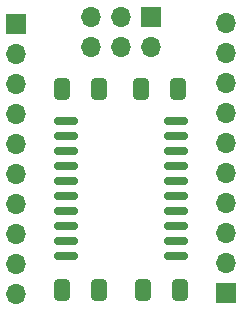
<source format=gts>
G04 #@! TF.GenerationSoftware,KiCad,Pcbnew,6.0.8-1.fc36*
G04 #@! TF.CreationDate,2022-11-01T17:46:47+01:00*
G04 #@! TF.ProjectId,avr32dd20_eval,61767233-3264-4643-9230-5f6576616c2e,rev?*
G04 #@! TF.SameCoordinates,Original*
G04 #@! TF.FileFunction,Soldermask,Top*
G04 #@! TF.FilePolarity,Negative*
%FSLAX46Y46*%
G04 Gerber Fmt 4.6, Leading zero omitted, Abs format (unit mm)*
G04 Created by KiCad (PCBNEW 6.0.8-1.fc36) date 2022-11-01 17:46:47*
%MOMM*%
%LPD*%
G01*
G04 APERTURE LIST*
G04 Aperture macros list*
%AMRoundRect*
0 Rectangle with rounded corners*
0 $1 Rounding radius*
0 $2 $3 $4 $5 $6 $7 $8 $9 X,Y pos of 4 corners*
0 Add a 4 corners polygon primitive as box body*
4,1,4,$2,$3,$4,$5,$6,$7,$8,$9,$2,$3,0*
0 Add four circle primitives for the rounded corners*
1,1,$1+$1,$2,$3*
1,1,$1+$1,$4,$5*
1,1,$1+$1,$6,$7*
1,1,$1+$1,$8,$9*
0 Add four rect primitives between the rounded corners*
20,1,$1+$1,$2,$3,$4,$5,0*
20,1,$1+$1,$4,$5,$6,$7,0*
20,1,$1+$1,$6,$7,$8,$9,0*
20,1,$1+$1,$8,$9,$2,$3,0*%
G04 Aperture macros list end*
%ADD10R,1.700000X1.700000*%
%ADD11O,1.700000X1.700000*%
%ADD12RoundRect,0.250000X0.412500X0.650000X-0.412500X0.650000X-0.412500X-0.650000X0.412500X-0.650000X0*%
%ADD13RoundRect,0.150000X-0.875000X-0.150000X0.875000X-0.150000X0.875000X0.150000X-0.875000X0.150000X0*%
%ADD14RoundRect,0.250000X-0.412500X-0.650000X0.412500X-0.650000X0.412500X0.650000X-0.412500X0.650000X0*%
G04 APERTURE END LIST*
D10*
X101585000Y-71877000D03*
D11*
X101585000Y-74417000D03*
X99045000Y-71877000D03*
X99045000Y-74417000D03*
X96505000Y-71877000D03*
X96505000Y-74417000D03*
D12*
X104051500Y-94996000D03*
X100926500Y-94996000D03*
D13*
X94410000Y-80645000D03*
X94410000Y-81915000D03*
X94410000Y-83185000D03*
X94410000Y-84455000D03*
X94410000Y-85725000D03*
X94410000Y-86995000D03*
X94410000Y-88265000D03*
X94410000Y-89535000D03*
X94410000Y-90805000D03*
X94410000Y-92075000D03*
X103710000Y-92075000D03*
X103710000Y-90805000D03*
X103710000Y-89535000D03*
X103710000Y-88265000D03*
X103710000Y-86995000D03*
X103710000Y-85725000D03*
X103710000Y-84455000D03*
X103710000Y-83185000D03*
X103710000Y-81915000D03*
X103710000Y-80645000D03*
D14*
X94068500Y-94996000D03*
X97193500Y-94996000D03*
D12*
X103924500Y-77978000D03*
X100799500Y-77978000D03*
D14*
X94068500Y-77978000D03*
X97193500Y-77978000D03*
D10*
X107950000Y-95245000D03*
D11*
X107950000Y-92705000D03*
X107950000Y-90165000D03*
X107950000Y-87625000D03*
X107950000Y-85085000D03*
X107950000Y-82545000D03*
X107950000Y-80005000D03*
X107950000Y-77465000D03*
X107950000Y-74925000D03*
X107950000Y-72385000D03*
D10*
X90170000Y-72395000D03*
D11*
X90170000Y-74935000D03*
X90170000Y-77475000D03*
X90170000Y-80015000D03*
X90170000Y-82555000D03*
X90170000Y-85095000D03*
X90170000Y-87635000D03*
X90170000Y-90175000D03*
X90170000Y-92715000D03*
X90170000Y-95255000D03*
M02*

</source>
